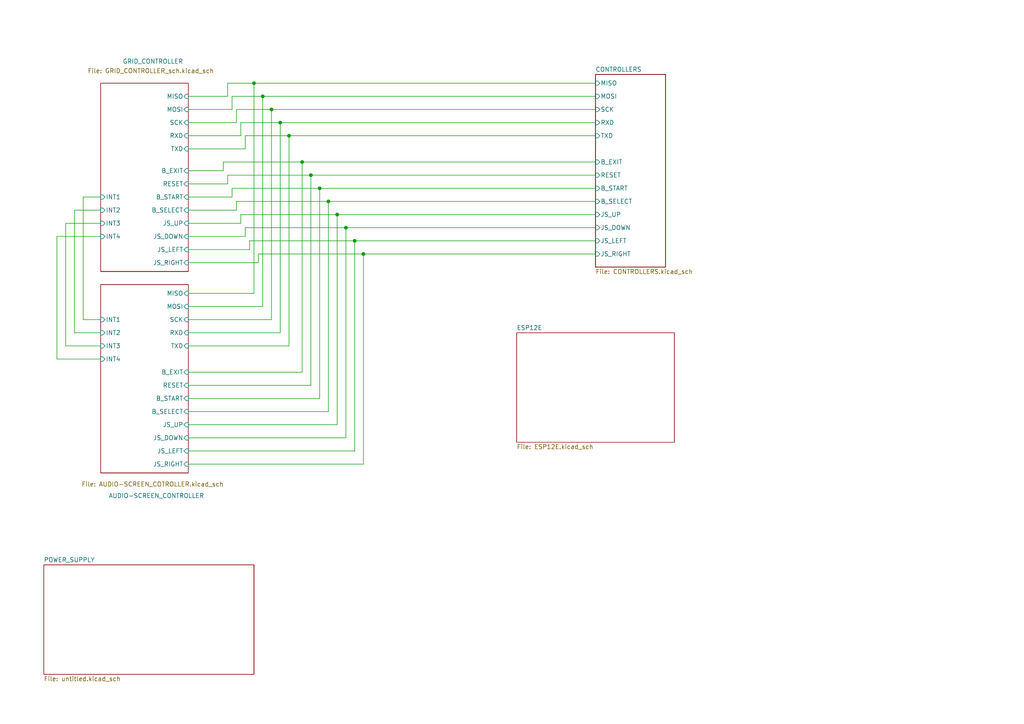
<source format=kicad_sch>
(kicad_sch (version 20250114) (generator "eeschema") (generator_version "9.0")
  (paper "A4")
  (lib_symbols
    (symbol "Mechanical:MountingHole" (pin_names (offset 1.016)) (exclude_from_sim yes) (in_bom no)
      (property "Reference" "H" (at 0 5.08 0))
      (property "Value" "MountingHole" (at 0 3.175 0))
      (symbol "MountingHole_0_1"
        (circle (center 0 0) (radius 1.27) (stroke (width 1.27)))
      )
    )
  )
  (junction (at 73.66 24.13))
  (junction (at 97.79 62.23))
  (junction (at 81.28 35.56))
  (junction (at 105.41 73.66))
  (junction (at 87.63 46.99))
  (junction (at 76.2 27.94))
  (junction (at 102.87 69.85))
  (junction (at 90.17 50.8))
  (junction (at 78.74 31.75))
  (junction (at 95.25 58.42))
  (junction (at 83.82 39.37))
  (junction (at 92.71 54.61))
  (junction (at 100.33 66.04))
  (wire (pts (xy 102.87 69.85) (xy 102.87 130.81)))
  (wire (pts (xy 54.61 96.52) (xy 81.28 96.52)))
  (wire (pts (xy 54.61 111.76) (xy 90.17 111.76)))
  (wire (pts (xy 54.61 92.71) (xy 78.74 92.71)))
  (wire (pts (xy 68.58 31.75) (xy 68.58 35.56)))
  (wire (pts (xy 76.2 27.94) (xy 76.2 88.9)))
  (wire (pts (xy 54.61 123.19) (xy 97.79 123.19)))
  (wire (pts (xy 24.13 57.15) (xy 24.13 92.71)))
  (wire (pts (xy 24.13 57.15) (xy 29.21 57.15)))
  (wire (pts (xy 73.66 24.13) (xy 73.66 85.09)))
  (wire (pts (xy 97.79 62.23) (xy 97.79 123.19)))
  (wire (pts (xy 71.12 66.04) (xy 100.33 66.04)))
  (wire (pts (xy 54.61 119.38) (xy 95.25 119.38)))
  (wire (pts (xy 19.05 100.33) (xy 29.21 100.33)))
  (wire (pts (xy 16.51 68.58) (xy 16.51 104.14)))
  (wire (pts (xy 67.31 54.61) (xy 67.31 57.15)))
  (wire (pts (xy 19.05 64.77) (xy 29.21 64.77)))
  (wire (pts (xy 87.63 46.99) (xy 172.72 46.99)))
  (wire (pts (xy 66.04 50.8) (xy 66.04 53.34)))
  (wire (pts (xy 54.61 72.39) (xy 72.39 72.39)))
  (wire (pts (xy 69.85 35.56) (xy 81.28 35.56)))
  (wire (pts (xy 54.61 107.95) (xy 87.63 107.95)))
  (wire (pts (xy 54.61 88.9) (xy 76.2 88.9)))
  (wire (pts (xy 95.25 58.42) (xy 172.72 58.42)))
  (wire (pts (xy 54.61 64.77) (xy 69.85 64.77)))
  (wire (pts (xy 97.79 62.23) (xy 172.72 62.23)))
  (wire (pts (xy 66.04 24.13) (xy 73.66 24.13)))
  (wire (pts (xy 105.41 73.66) (xy 172.72 73.66)))
  (wire (pts (xy 21.59 60.96) (xy 21.59 96.52)))
  (wire (pts (xy 100.33 66.04) (xy 100.33 127)))
  (wire (pts (xy 73.66 24.13) (xy 172.72 24.13)))
  (wire (pts (xy 81.28 35.56) (xy 172.72 35.56)))
  (wire (pts (xy 54.61 35.56) (xy 68.58 35.56)))
  (wire (pts (xy 54.61 31.75) (xy 67.31 31.75)))
  (wire (pts (xy 54.61 39.37) (xy 69.85 39.37)))
  (wire (pts (xy 54.61 115.57) (xy 92.71 115.57)))
  (wire (pts (xy 72.39 69.85) (xy 102.87 69.85)))
  (wire (pts (xy 105.41 73.66) (xy 105.41 134.62)))
  (wire (pts (xy 54.61 85.09) (xy 73.66 85.09)))
  (wire (pts (xy 16.51 104.14) (xy 29.21 104.14)))
  (wire (pts (xy 54.61 57.15) (xy 67.31 57.15)))
  (wire (pts (xy 90.17 50.8) (xy 90.17 111.76)))
  (wire (pts (xy 74.93 73.66) (xy 105.41 73.66)))
  (wire (pts (xy 72.39 69.85) (xy 72.39 72.39)))
  (wire (pts (xy 68.58 58.42) (xy 68.58 60.96)))
  (wire (pts (xy 54.61 68.58) (xy 71.12 68.58)))
  (wire (pts (xy 54.61 53.34) (xy 66.04 53.34)))
  (wire (pts (xy 69.85 62.23) (xy 97.79 62.23)))
  (wire (pts (xy 71.12 39.37) (xy 83.82 39.37)))
  (wire (pts (xy 19.05 64.77) (xy 19.05 100.33)))
  (wire (pts (xy 92.71 54.61) (xy 172.72 54.61)))
  (wire (pts (xy 90.17 50.8) (xy 172.72 50.8)))
  (wire (pts (xy 54.61 130.81) (xy 102.87 130.81)))
  (wire (pts (xy 64.77 46.99) (xy 64.77 49.53)))
  (wire (pts (xy 81.28 35.56) (xy 81.28 96.52)))
  (wire (pts (xy 21.59 96.52) (xy 29.21 96.52)))
  (wire (pts (xy 102.87 69.85) (xy 172.72 69.85)))
  (wire (pts (xy 54.61 127) (xy 100.33 127)))
  (wire (pts (xy 54.61 27.94) (xy 66.04 27.94)))
  (wire (pts (xy 54.61 43.18) (xy 71.12 43.18)))
  (wire (pts (xy 54.61 60.96) (xy 68.58 60.96)))
  (wire (pts (xy 87.63 46.99) (xy 87.63 107.95)))
  (wire (pts (xy 74.93 73.66) (xy 74.93 76.2)))
  (wire (pts (xy 66.04 24.13) (xy 66.04 27.94)))
  (wire (pts (xy 83.82 39.37) (xy 83.82 100.33)))
  (wire (pts (xy 54.61 134.62) (xy 105.41 134.62)))
  (wire (pts (xy 92.71 54.61) (xy 92.71 115.57)))
  (wire (pts (xy 16.51 68.58) (xy 29.21 68.58)))
  (wire (pts (xy 67.31 27.94) (xy 76.2 27.94)))
  (wire (pts (xy 71.12 39.37) (xy 71.12 43.18)))
  (wire (pts (xy 69.85 62.23) (xy 69.85 64.77)))
  (wire (pts (xy 67.31 54.61) (xy 92.71 54.61)))
  (wire (pts (xy 54.61 49.53) (xy 64.77 49.53)))
  (wire (pts (xy 83.82 39.37) (xy 172.72 39.37)))
  (wire (pts (xy 21.59 60.96) (xy 29.21 60.96)))
  (wire (pts (xy 68.58 31.75) (xy 78.74 31.75)))
  (wire (pts (xy 24.13 92.71) (xy 29.21 92.71)))
  (wire (pts (xy 78.74 31.75) (xy 172.72 31.75)))
  (wire (pts (xy 67.31 27.94) (xy 67.31 31.75)))
  (wire (pts (xy 100.33 66.04) (xy 172.72 66.04)))
  (wire (pts (xy 76.2 27.94) (xy 172.72 27.94)))
  (wire (pts (xy 95.25 58.42) (xy 95.25 119.38)))
  (wire (pts (xy 54.61 100.33) (xy 83.82 100.33)))
  (wire (pts (xy 71.12 66.04) (xy 71.12 68.58)))
  (wire (pts (xy 64.77 46.99) (xy 87.63 46.99)))
  (wire (pts (xy 69.85 35.56) (xy 69.85 39.37)))
  (wire (pts (xy 68.58 58.42) (xy 95.25 58.42)))
  (wire (pts (xy 66.04 50.8) (xy 90.17 50.8)))
  (wire (pts (xy 78.74 31.75) (xy 78.74 92.71)))
  (wire (pts (xy 54.61 76.2) (xy 74.93 76.2)))
  (symbol (lib_id "Mechanical:MountingHole") (at 307.34 49.53 0) (unit 1) (exclude_from_sim yes) (in_bom no)
    (property "Reference" "H7" (at 309.88 48.2599 0) (effects (justify left)))
    (property "Value" "MountingHole" (at 309.88 50.7999 0) (effects (justify left)))
    (property "Footprint" "MountingHole:MountingHole_3.2mm_M3" (effects (hide yes)))
    (property "Description" "Mounting Hole without connection" (effects (hide yes)))
  )
  (symbol (lib_id "Mechanical:MountingHole") (at 330.2 52.07 0) (unit 1) (exclude_from_sim yes) (in_bom no)
    (property "Reference" "H4" (at 332.74 50.7999 0) (effects (justify left)))
    (property "Value" "MountingHole" (at 332.74 53.3399 0) (effects (justify left)))
    (property "Footprint" "MountingHole:MountingHole_3.2mm_M3" (effects (hide yes)))
    (property "Description" "Mounting Hole without connection" (effects (hide yes)))
  )
  (symbol (lib_id "Mechanical:MountingHole") (at 316.23 15.24 0) (unit 1) (exclude_from_sim yes) (in_bom no)
    (property "Reference" "H5" (at 318.77 13.9699 0) (effects (justify left)))
    (property "Value" "MountingHole" (at 318.77 16.5099 0) (effects (justify left)))
    (property "Footprint" "MountingHole:MountingHole_3.2mm_M3" (effects (hide yes)))
    (property "Description" "Mounting Hole without connection" (effects (hide yes)))
  )
  (symbol (lib_id "Mechanical:MountingHole") (at 330.2 39.37 0) (unit 1) (exclude_from_sim yes) (in_bom no)
    (property "Reference" "H3" (at 332.74 38.0999 0) (effects (justify left)))
    (property "Value" "MountingHole" (at 332.74 40.6399 0) (effects (justify left)))
    (property "Footprint" "MountingHole:MountingHole_3.2mm_M3" (effects (hide yes)))
    (property "Description" "Mounting Hole without connection" (effects (hide yes)))
  )
  (symbol (lib_id "Mechanical:MountingHole") (at 307.34 31.75 0) (unit 1) (exclude_from_sim yes) (in_bom no)
    (property "Reference" "H6" (at 309.88 30.4799 0) (effects (justify left)))
    (property "Value" "MountingHole" (at 309.88 33.0199 0) (effects (justify left)))
    (property "Footprint" "MountingHole:MountingHole_3.2mm_M3" (effects (hide yes)))
    (property "Description" "Mounting Hole without connection" (effects (hide yes)))
  )
  (symbol (lib_id "Mechanical:MountingHole") (at 330.2 26.67 0) (unit 1) (exclude_from_sim yes) (in_bom no)
    (property "Reference" "H2" (at 332.74 25.3999 0) (effects (justify left)))
    (property "Value" "MountingHole" (at 332.74 27.9399 0) (effects (justify left)))
    (property "Footprint" "MountingHole:MountingHole_3.2mm_M3" (effects (hide yes)))
    (property "Description" "Mounting Hole without connection" (effects (hide yes)))
  )
  (symbol (lib_id "Mechanical:MountingHole") (at 330.2 15.24 0) (unit 1) (exclude_from_sim yes) (in_bom no)
    (property "Reference" "H1" (at 332.74 13.9699 0) (effects (justify left)))
    (property "Value" "MountingHole" (at 332.74 16.5099 0) (effects (justify left)))
    (property "Footprint" "MountingHole:MountingHole_3.2mm_M3" (effects (hide yes)))
    (property "Description" "Mounting Hole without connection" (effects (hide yes)))
  )
  (sheet (at 172.72 21.59) (size 20.32 55.88) (stroke (width 0.1524))
    (property "Sheetname" "CONTROLLERS" (at 172.72 20.8784 0) (effects (justify left bottom)))
    (property "Sheetfile" "CONTROLLERS.kicad_sch" (at 172.72 78.0546 0) (effects (justify left top)))
    (pin "B_EXIT" input (at 172.72 46.99 180))
    (pin "B_SELECT" input (at 172.72 58.42 180))
    (pin "B_START" input (at 172.72 54.61 180))
    (pin "JS_DOWN" input (at 172.72 66.04 180))
    (pin "JS_LEFT" input (at 172.72 69.85 180))
    (pin "JS_RIGHT" input (at 172.72 73.66 180))
    (pin "JS_UP" input (at 172.72 62.23 180))
    (pin "MISO" input (at 172.72 24.13 180))
    (pin "MOSI" input (at 172.72 27.94 180))
    (pin "RESET" input (at 172.72 50.8 180))
    (pin "RXD" input (at 172.72 35.56 180))
    (pin "SCK" input (at 172.72 31.75 180))
    (pin "TXD" input (at 172.72 39.37 180))
  )
  (sheet (at 29.21 82.55) (size 25.4 54.61) (stroke (width 0.1524))
    (property "Sheetname" "AUDIO-SCREEN_CONTROLLER" (at 31.496 144.526 0) (effects (justify left bottom)))
    (property "Sheetfile" "AUDIO-SCREEN_COTROLLER.kicad_sch" (at 23.622 139.7 0) (effects (justify left top)))
    (pin "MISO" input (at 54.61 85.09 0))
    (pin "MOSI" input (at 54.61 88.9 0))
    (pin "RXD" input (at 54.61 96.52 0))
    (pin "SCK" input (at 54.61 92.71 0))
    (pin "TXD" input (at 54.61 100.33 0))
    (pin "B_EXIT" input (at 54.61 107.95 0))
    (pin "B_SELECT" input (at 54.61 119.38 0))
    (pin "B_START" input (at 54.61 115.57 0))
    (pin "JS_DOWN" input (at 54.61 127 0))
    (pin "JS_LEFT" input (at 54.61 130.81 0))
    (pin "JS_RIGHT" input (at 54.61 134.62 0))
    (pin "JS_UP" input (at 54.61 123.19 0))
    (pin "RESET" input (at 54.61 111.76 0))
    (pin "INT1" input (at 29.21 92.71 180))
    (pin "INT2" input (at 29.21 96.52 180))
    (pin "INT3" input (at 29.21 100.33 180))
    (pin "INT4" input (at 29.21 104.14 180))
  )
  (sheet (at 149.86 96.52) (size 45.72 31.75) (stroke (width 0.1524))
    (property "Sheetname" "ESP12E" (at 149.86 95.8084 0) (effects (justify left bottom)))
    (property "Sheetfile" "ESP12E.kicad_sch" (at 149.86 128.8546 0) (effects (justify left top)))
  )
  (sheet (at 29.21 24.13) (size 25.4 54.61) (stroke (width 0.1524))
    (property "Sheetname" "GRID_CONTROLLER" (at 35.56 18.542 0) (effects (justify left bottom)))
    (property "Sheetfile" "GRID_CONTROLLER_sch.kicad_sch" (at 25.4 19.812 0) (effects (justify left top)))
    (pin "MISO" input (at 54.61 27.94 0))
    (pin "MOSI" input (at 54.61 31.75 0))
    (pin "RXD" input (at 54.61 39.37 0))
    (pin "SCK" input (at 54.61 35.56 0))
    (pin "TXD" input (at 54.61 43.18 0))
    (pin "B_EXIT" input (at 54.61 49.53 0))
    (pin "B_SELECT" input (at 54.61 60.96 0))
    (pin "B_START" input (at 54.61 57.15 0))
    (pin "JS_DOWN" input (at 54.61 68.58 0))
    (pin "JS_LEFT" input (at 54.61 72.39 0))
    (pin "JS_RIGHT" input (at 54.61 76.2 0))
    (pin "JS_UP" input (at 54.61 64.77 0))
    (pin "RESET" input (at 54.61 53.34 0))
    (pin "INT1" input (at 29.21 57.15 180))
    (pin "INT2" input (at 29.21 60.96 180))
    (pin "INT3" input (at 29.21 64.77 180))
    (pin "INT4" input (at 29.21 68.58 180))
  )
  (sheet (at 12.7 163.83) (size 60.96 31.75) (stroke (width 0.1524))
    (property "Sheetname" "POWER_SUPPLY" (at 12.7 163.1184 0) (effects (justify left bottom)))
    (property "Sheetfile" "untitled.kicad_sch" (at 12.7 196.1646 0) (effects (justify left top)))
  )
)
</source>
